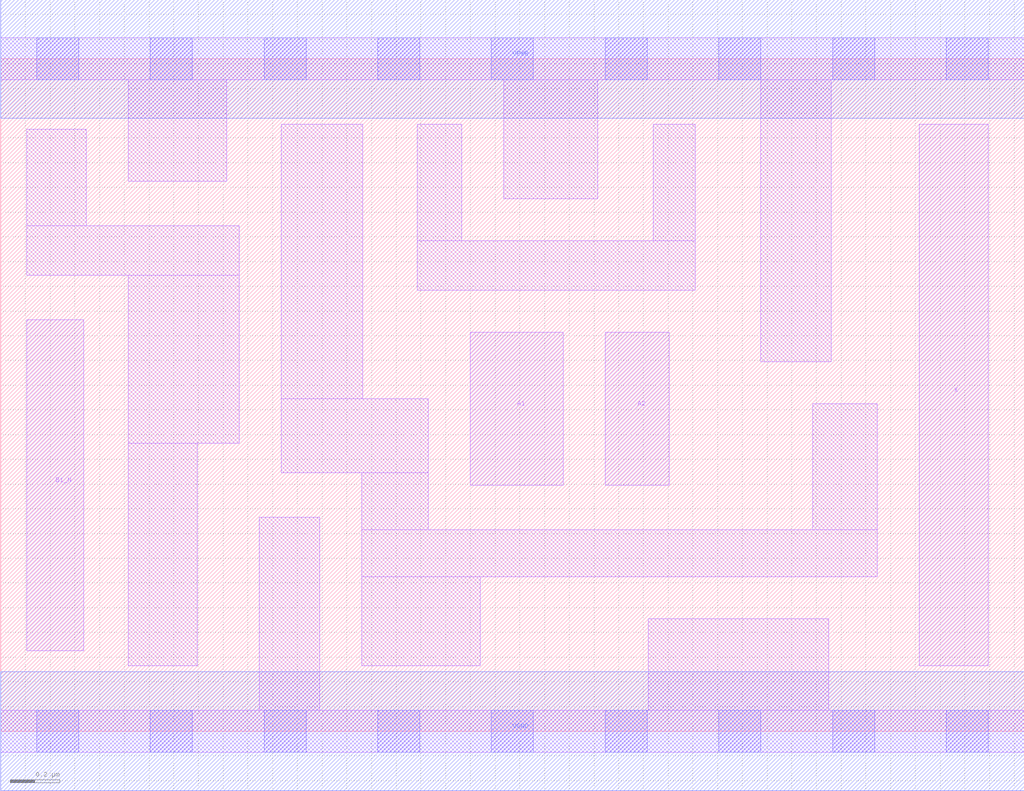
<source format=lef>
# Copyright 2020 The SkyWater PDK Authors
#
# Licensed under the Apache License, Version 2.0 (the "License");
# you may not use this file except in compliance with the License.
# You may obtain a copy of the License at
#
#     https://www.apache.org/licenses/LICENSE-2.0
#
# Unless required by applicable law or agreed to in writing, software
# distributed under the License is distributed on an "AS IS" BASIS,
# WITHOUT WARRANTIES OR CONDITIONS OF ANY KIND, either express or implied.
# See the License for the specific language governing permissions and
# limitations under the License.
#
# SPDX-License-Identifier: Apache-2.0

VERSION 5.7 ;
BUSBITCHARS "[]" ;
DIVIDERCHAR "/" ;
PROPERTYDEFINITIONS
  MACRO maskLayoutSubType STRING ;
  MACRO prCellType STRING ;
  MACRO originalViewName STRING ;
END PROPERTYDEFINITIONS
MACRO sky130_fd_sc_hdll__a21bo_1
  ORIGIN  0.000000  0.000000 ;
  CLASS CORE ;
  SYMMETRY X Y R90 ;
  SIZE  4.140000 BY  2.720000 ;
  SITE unithd ;
  PIN A1
    ANTENNAGATEAREA  0.277500 ;
    DIRECTION INPUT ;
    USE SIGNAL ;
    PORT
      LAYER li1 ;
        RECT 1.900000 0.995000 2.275000 1.615000 ;
    END
  END A1
  PIN A2
    ANTENNAGATEAREA  0.277500 ;
    DIRECTION INPUT ;
    USE SIGNAL ;
    PORT
      LAYER li1 ;
        RECT 2.445000 0.995000 2.705000 1.615000 ;
    END
  END A2
  PIN B1_N
    ANTENNAGATEAREA  0.138600 ;
    DIRECTION INPUT ;
    USE SIGNAL ;
    PORT
      LAYER li1 ;
        RECT 0.105000 0.325000 0.335000 1.665000 ;
    END
  END B1_N
  PIN X
    ANTENNADIFFAREA  0.628800 ;
    DIRECTION OUTPUT ;
    USE SIGNAL ;
    PORT
      LAYER li1 ;
        RECT 3.715000 0.265000 3.995000 2.455000 ;
    END
  END X
  PIN VGND
    DIRECTION INOUT ;
    USE GROUND ;
    PORT
      LAYER met1 ;
        RECT 0.000000 -0.240000 4.140000 0.240000 ;
    END
  END VGND
  PIN VPWR
    DIRECTION INOUT ;
    USE POWER ;
    PORT
      LAYER met1 ;
        RECT 0.000000 2.480000 4.140000 2.960000 ;
    END
  END VPWR
  OBS
    LAYER li1 ;
      RECT 0.000000 -0.085000 4.140000 0.085000 ;
      RECT 0.000000  2.635000 4.140000 2.805000 ;
      RECT 0.105000  1.845000 0.965000 2.045000 ;
      RECT 0.105000  2.045000 0.345000 2.435000 ;
      RECT 0.515000  0.265000 0.795000 1.165000 ;
      RECT 0.515000  1.165000 0.965000 1.845000 ;
      RECT 0.515000  2.225000 0.915000 2.635000 ;
      RECT 1.045000  0.085000 1.290000 0.865000 ;
      RECT 1.135000  1.045000 1.730000 1.345000 ;
      RECT 1.135000  1.345000 1.465000 2.455000 ;
      RECT 1.460000  0.265000 1.940000 0.625000 ;
      RECT 1.460000  0.625000 3.545000 0.815000 ;
      RECT 1.460000  0.815000 1.730000 1.045000 ;
      RECT 1.685000  1.785000 2.810000 1.985000 ;
      RECT 1.685000  1.985000 1.865000 2.455000 ;
      RECT 2.035000  2.155000 2.415000 2.635000 ;
      RECT 2.620000  0.085000 3.350000 0.455000 ;
      RECT 2.640000  1.985000 2.810000 2.455000 ;
      RECT 3.075000  1.495000 3.360000 2.635000 ;
      RECT 3.285000  0.815000 3.545000 1.325000 ;
    LAYER mcon ;
      RECT 0.145000 -0.085000 0.315000 0.085000 ;
      RECT 0.145000  2.635000 0.315000 2.805000 ;
      RECT 0.605000 -0.085000 0.775000 0.085000 ;
      RECT 0.605000  2.635000 0.775000 2.805000 ;
      RECT 1.065000 -0.085000 1.235000 0.085000 ;
      RECT 1.065000  2.635000 1.235000 2.805000 ;
      RECT 1.525000 -0.085000 1.695000 0.085000 ;
      RECT 1.525000  2.635000 1.695000 2.805000 ;
      RECT 1.985000 -0.085000 2.155000 0.085000 ;
      RECT 1.985000  2.635000 2.155000 2.805000 ;
      RECT 2.445000 -0.085000 2.615000 0.085000 ;
      RECT 2.445000  2.635000 2.615000 2.805000 ;
      RECT 2.905000 -0.085000 3.075000 0.085000 ;
      RECT 2.905000  2.635000 3.075000 2.805000 ;
      RECT 3.365000 -0.085000 3.535000 0.085000 ;
      RECT 3.365000  2.635000 3.535000 2.805000 ;
      RECT 3.825000 -0.085000 3.995000 0.085000 ;
      RECT 3.825000  2.635000 3.995000 2.805000 ;
  END
  PROPERTY maskLayoutSubType "abstract" ;
  PROPERTY prCellType "standard" ;
  PROPERTY originalViewName "layout" ;
END sky130_fd_sc_hdll__a21bo_1

</source>
